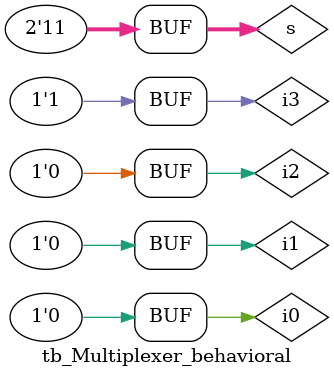
<source format=v>
`timescale 1ns / 1ps

module tb_Multiplexer_behavioral;
    //Inputs to be defined as registers
    reg i0;
    reg i1;
    reg i2;
    reg i3;
    reg [1:0] s;
        
    //Outputs to be defined as wires
    wire d;
    
    //Instantiate the unit under test
    Multiplexer_behavioral uut (
        .i0(i0),
        .i1(i1),
        .i2(i2),
        .i3(i3),
        .s(s),
        .d(d)
    );
    
    initial begin
        //Initialize inputs
        i3 = 0;
        i2 = 0;
        i1 = 0;
        i0 = 0;
        s = 0;
       
       //Wait 50ns for global reset to finish
       #50;
       
       // Stimulus - All input combinations followed by some wait time to observe the o/p    
       i3 = 0;
       i2 = 0;
       i1 = 0;
       i0 = 1;
       s = 0;
       #50;
       $display("TC10");
       if ( d != 1'b1 ) $display ("Result is wrong");
       
       i3 = 0;
       i2 = 0;
       i1 = 1;
       i0 = 0;
       s = 1;
       #50;
       $display("TC21");
       if ( d != 1'b1 ) $display ("Result is wrong");
       
       i3 = 0;
       i2 = 1;
       i1 = 0;
       i0 = 0;
       s = 2;
       #50;
       $display("TC42");
       if ( d != 1'b1 ) $display ("Result is wrong");
       
       i3 = 1;
       i2 = 0;
       i1 = 0;
       i0 = 0;
       s = 3;
       #50;
       $display("TC83");
       if ( d != 1'b1 ) $display ("Result is wrong");
       
    end
endmodule

</source>
